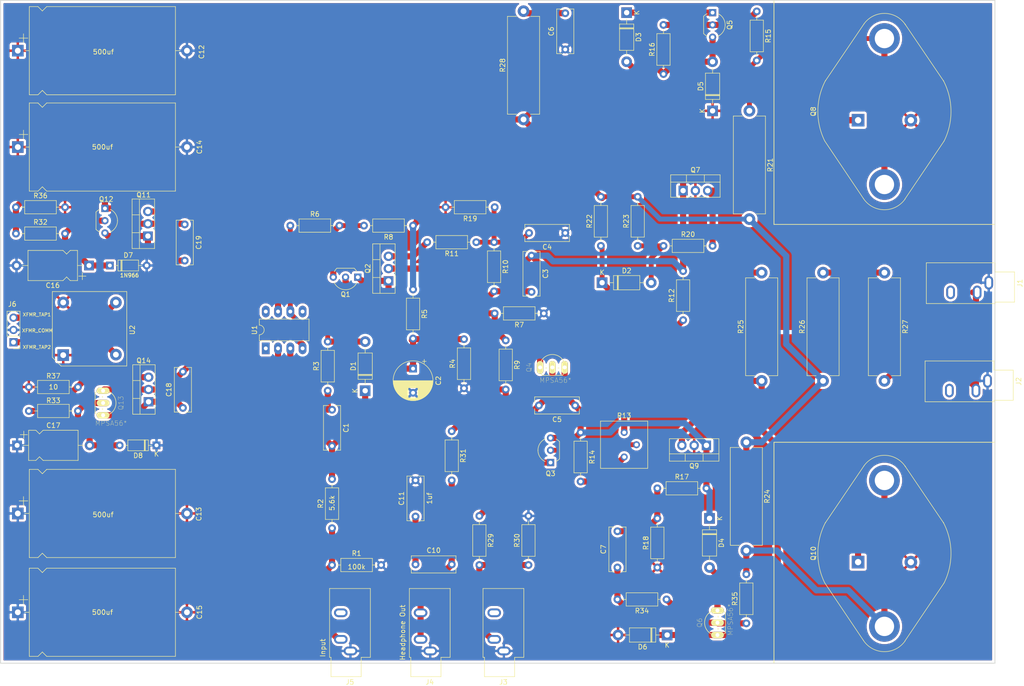
<source format=kicad_pcb>
(kicad_pcb (version 20171130) (host pcbnew "(5.1.2-1)-1")
  (layers (0 F.Cu signal) (31 B.Cu signal) (34 B.Paste user) (35 F.Paste user) (36 B.SilkS user) (37 F.SilkS user) (38 B.Mask user) (39 F.Mask user) (44 Edge.Cuts user))
  (net 0 "")
  (net 1 A)
  (net 2 "Net-(C7-Pad1)")
  (net 3 "Net-(C3-Pad2)")
  (net 4 "Net-(C3-Pad1)")
  (net 5 "Net-(C5-Pad2)")
  (net 6 "Net-(C5-Pad1)")
  (net 7 "Net-(Q5-Pad2)")
  (net 8 D)
  (net 9 "Net-(C1-Pad1)")
  (net 10 "Net-(C1-Pad2)")
  (net 11 "Net-(C2-Pad1)")
  (net 12 GND)
  (net 13 "Net-(C4-Pad2)")
  (net 14 "Net-(C6-Pad2)")
  (net 15 "Net-(C7-Pad2)")
  (net 16 "Net-(C10-Pad1)")
  (net 17 "Net-(C10-Pad2)")
  (net 18 "Net-(C16-Pad1)")
  (net 19 "Net-(C17-Pad2)")
  (net 20 "Net-(C18-Pad1)")
  (net 21 C)
  (net 22 "Net-(C19-Pad1)")
  (net 23 "Net-(D1-Pad2)")
  (net 24 "Net-(D2-Pad1)")
  (net 25 "Net-(D2-Pad2)")
  (net 26 "Net-(D4-Pad2)")
  (net 27 "Net-(Q1-Pad2)")
  (net 28 "Net-(Q1-Pad3)")
  (net 29 "Net-(Q2-Pad3)")
  (net 30 "Net-(Q6-PadB)")
  (net 31 "Net-(Q7-Pad3)")
  (net 32 "Net-(Q10-Pad1)")
  (net 33 "Net-(R29-Pad1)")
  (net 34 "Net-(R12-Pad1)")
  (net 35 "Net-(R13-Pad1)")
  (net 36 "Net-(Q8-Pad3)")
  (net 37 "Net-(Q10-Pad3)")
  (net 38 "Net-(R26-Pad2)")
  (net 39 "Net-(Q14-Pad3)")
  (net 40 "Net-(C19-Pad2)")
  (net 41 B)
  (net 42 "Net-(D3-Pad1)")
  (net 43 "Net-(Q3-Pad2)")
  (net 44 "Net-(J1-PadT)")
  (net 45 "Net-(J3-PadT)")
  (net 46 "Net-(J5-PadT)")
  (net 47 "Net-(J6-Pad3)")
  (net 48 "Net-(J6-Pad1)")
  (module Connector_PinHeader_2.54mm:PinHeader_1x03_P2.54mm_Vertical (layer F.Cu) (at 50.927 96.139 180)
    (fp_text reference J6 (at 0.254 7.874) (layer F.SilkS))
    (fp_text value Conn_01x03_Male)
    (pad 3 thru_hole oval (at 0 5.08 180) (size 1.7 1.7) (drill 1) (layers *.Cu *.Mask) (net 47 "Net-(J6-Pad3)"))
    (pad 2 thru_hole oval (at 0 2.54 180) (size 1.7 1.7) (drill 1) (layers *.Cu *.Mask) (net 12 GND))
    (pad 1 thru_hole rect (at 0 0 180) (size 1.7 1.7) (drill 1) (layers *.Cu *.Mask) (net 48 "Net-(J6-Pad1)"))
  )
  (module Capacitor_THT:CP_Radial_D8.0mm_P5.00mm (layer F.Cu) (at 133.604 101.6 270)
    (fp_text reference C2 (at 2.5 -5.25 90) (layer F.SilkS))
    (fp_text value 10uf)
    (pad 2 thru_hole circle (at 5 0 270) (size 1.6 1.6) (drill 0.8) (layers *.Cu *.Mask) (net 12 GND))
    (pad 1 thru_hole rect (at 0 0 270) (size 1.6 1.6) (drill 0.8) (layers *.Cu *.Mask) (net 11 "Net-(C2-Pad1)"))
  )
  (module Diode_THT:D_DO-35_SOD27_P7.62mm_Horizontal (layer F.Cu) (at 80.518 117.475 180)
    (fp_text reference D8 (at 3.81 -2.12) (layer F.SilkS))
    (fp_text value Zen)
    (fp_text user K (at 0 -1.8) (layer F.SilkS))
    (pad 2 thru_hole oval (at 7.62 0 180) (size 1.6 1.6) (drill 0.8) (layers *.Cu *.Mask) (net 19 "Net-(C17-Pad2)"))
    (pad 1 thru_hole rect (at 0 0 180) (size 1.6 1.6) (drill 0.8) (layers *.Cu *.Mask) (net 12 GND))
  )
  (module Diode_THT:D_DO-35_SOD27_P7.62mm_Horizontal (layer F.Cu) (at 70.866 80.264)
    (fp_text reference D7 (at 3.81 -2.12) (layer F.SilkS))
    (fp_text value Zen)
    (fp_text user 1N966 (at 4.064 2.032) (layer F.SilkS) (effects (font (size 0.8 0.8))))
    (pad 2 thru_hole oval (at 7.62 0) (size 1.6 1.6) (drill 0.8) (layers *.Cu *.Mask) (net 12 GND))
    (pad 1 thru_hole rect (at 0 0) (size 1.6 1.6) (drill 0.8) (layers *.Cu *.Mask) (net 18 "Net-(C16-Pad1)"))
  )
  (module Diode_THT:D_DO-41_SOD81_P10.16mm_Horizontal (layer F.Cu) (at 186.182 156.718 180)
    (fp_text reference D6 (at 5.08 -2.47) (layer F.SilkS))
    (fp_text value 1N4002)
    (fp_text user K (at 0 -2.1) (layer F.SilkS))
    (pad 2 thru_hole oval (at 10.16 0 180) (size 2.2 2.2) (drill 1.1) (layers *.Cu *.Mask) (net 8 D))
    (pad 1 thru_hole rect (at 0 0 180) (size 2.2 2.2) (drill 1.1) (layers *.Cu *.Mask) (net 2 "Net-(C7-Pad1)"))
  )
  (module Diode_THT:D_DO-41_SOD81_P10.16mm_Horizontal (layer F.Cu) (at 195.58 48.26 90)
    (fp_text reference D5 (at 5.08 -2.47 90) (layer F.SilkS))
    (fp_text value 1N4002)
    (fp_text user K (at 0 -2.1 90) (layer F.SilkS))
    (pad 2 thru_hole oval (at 10.16 0 90) (size 2.2 2.2) (drill 1.1) (layers *.Cu *.Mask) (net 2 "Net-(C7-Pad1)"))
    (pad 1 thru_hole rect (at 0 0 90) (size 2.2 2.2) (drill 1.1) (layers *.Cu *.Mask) (net 1 A))
  )
  (module Diode_THT:D_DO-41_SOD81_P10.16mm_Horizontal (layer F.Cu) (at 194.945 132.588 270)
    (fp_text reference D4 (at 5.08 -2.47 90) (layer F.SilkS))
    (fp_text value 1N4002)
    (fp_text user K (at 0 -2.1 90) (layer F.SilkS))
    (pad 2 thru_hole oval (at 10.16 0 270) (size 2.2 2.2) (drill 1.1) (layers *.Cu *.Mask) (net 26 "Net-(D4-Pad2)"))
    (pad 1 thru_hole rect (at 0 0 270) (size 2.2 2.2) (drill 1.1) (layers *.Cu *.Mask) (net 6 "Net-(C5-Pad1)"))
  )
  (module Potentiometer_THT:Potentiometer_Bourns_3386P_Vertical (layer F.Cu) (at 177.292 119.888)
    (fp_text reference R13 (at -0.015 -8.555) (layer F.SilkS))
    (fp_text value 1k)
    (pad 1 thru_hole circle (at 0 0) (size 1.44 1.44) (drill 0.8) (layers *.Cu *.Mask) (net 35 "Net-(R13-Pad1)"))
    (pad 2 thru_hole circle (at 2.54 -2.54) (size 1.44 1.44) (drill 0.8) (layers *.Cu *.Mask) (net 43 "Net-(Q3-Pad2)"))
    (pad 3 thru_hole circle (at 0 -5.08) (size 1.44 1.44) (drill 0.8) (layers *.Cu *.Mask) (net 34 "Net-(R12-Pad1)"))
  )
  (module Package_TO_SOT_THT:TO-92_Inline_Wide (layer F.Cu) (at 69.85 68.453 270)
    (fp_text reference Q12 (at -1.905 -0.254 180) (layer F.SilkS))
    (fp_text value MPSA06)
    (pad 1 thru_hole rect (at 0 0) (size 1.5 1.5) (drill 0.8) (layers *.Cu *.Mask) (net 22 "Net-(C19-Pad1)"))
    (pad 3 thru_hole circle (at 5.08 0) (size 1.5 1.5) (drill 0.8) (layers *.Cu *.Mask) (net 40 "Net-(C19-Pad2)"))
    (pad 2 thru_hole circle (at 2.54 0) (size 1.5 1.5) (drill 0.8) (layers *.Cu *.Mask) (net 18 "Net-(C16-Pad1)"))
  )
  (module Package_TO_SOT_THT:TO-92_Inline_Wide (layer F.Cu) (at 122.174 82.677 180)
    (fp_text reference Q1 (at 2.54 -3.56) (layer F.SilkS))
    (fp_text value MPSA06)
    (pad 1 thru_hole rect (at 0 0 270) (size 1.5 1.5) (drill 0.8) (layers *.Cu *.Mask) (net 3 "Net-(C3-Pad2)"))
    (pad 3 thru_hole circle (at 5.08 0 270) (size 1.5 1.5) (drill 0.8) (layers *.Cu *.Mask) (net 28 "Net-(Q1-Pad3)"))
    (pad 2 thru_hole circle (at 2.54 0 270) (size 1.5 1.5) (drill 0.8) (layers *.Cu *.Mask) (net 27 "Net-(Q1-Pad2)"))
  )
  (module Package_TO_SOT_THT:TO-92_Inline_Wide (layer F.Cu) (at 195.58 27.94 270)
    (fp_text reference Q5 (at 2.54 -3.56 90) (layer F.SilkS))
    (fp_text value MPSA06)
    (pad 1 thru_hole rect (at 0 0) (size 1.5 1.5) (drill 0.8) (layers *.Cu *.Mask) (net 42 "Net-(D3-Pad1)"))
    (pad 3 thru_hole circle (at 5.08 0) (size 1.5 1.5) (drill 0.8) (layers *.Cu *.Mask) (net 2 "Net-(C7-Pad1)"))
    (pad 2 thru_hole circle (at 2.54 0) (size 1.5 1.5) (drill 0.8) (layers *.Cu *.Mask) (net 7 "Net-(Q5-Pad2)"))
  )
  (module Package_TO_SOT_THT:TO-92_Inline_Wide (layer F.Cu) (at 162.052 121.031 90)
    (fp_text reference Q3 (at -2.286 0 180) (layer F.SilkS))
    (fp_text value MPSA06)
    (pad 1 thru_hole rect (at 0 0 180) (size 1.5 1.5) (drill 0.8) (layers *.Cu *.Mask) (net 5 "Net-(C5-Pad2)"))
    (pad 3 thru_hole circle (at 5.08 0 180) (size 1.5 1.5) (drill 0.8) (layers *.Cu *.Mask) (net 6 "Net-(C5-Pad1)"))
    (pad 2 thru_hole circle (at 2.54 0 180) (size 1.5 1.5) (drill 0.8) (layers *.Cu *.Mask) (net 43 "Net-(Q3-Pad2)"))
  )
  (module Package_TO_SOT_THT:TO-220-3_Vertical (layer F.Cu) (at 194.31 117.475 180)
    (fp_text reference Q9 (at 2.54 -4.27) (layer F.SilkS))
    (fp_text value MJE15031)
    (pad 3 thru_hole oval (at 5.08 0 180) (size 1.905 2) (drill 1.1) (layers *.Cu *.Mask) (net 32 "Net-(Q10-Pad1)"))
    (pad 2 thru_hole oval (at 2.54 0 180) (size 1.905 2) (drill 1.1) (layers *.Cu *.Mask) (net 8 D))
    (pad 1 thru_hole rect (at 0 0 180) (size 1.905 2) (drill 1.1) (layers *.Cu *.Mask) (net 6 "Net-(C5-Pad1)"))
  )
  (module Package_TO_SOT_THT:TO-220-3_Vertical (layer F.Cu) (at 189.484 64.77)
    (fp_text reference Q7 (at 2.54 -4.27) (layer F.SilkS))
    (fp_text value MJE15030)
    (pad 3 thru_hole oval (at 5.08 0) (size 1.905 2) (drill 1.1) (layers *.Cu *.Mask) (net 31 "Net-(Q7-Pad3)"))
    (pad 2 thru_hole oval (at 2.54 0) (size 1.905 2) (drill 1.1) (layers *.Cu *.Mask) (net 1 A))
    (pad 1 thru_hole rect (at 0 0) (size 1.905 2) (drill 1.1) (layers *.Cu *.Mask) (net 4 "Net-(C3-Pad1)"))
  )
  (module Package_TO_SOT_THT:TO-220-3_Vertical (layer F.Cu) (at 128.524 83.439 90)
    (fp_text reference Q2 (at 2.54 -4.27 90) (layer F.SilkS))
    (fp_text value MJE15031)
    (pad 3 thru_hole oval (at 5.08 0 90) (size 1.905 2) (drill 1.1) (layers *.Cu *.Mask) (net 29 "Net-(Q2-Pad3)"))
    (pad 2 thru_hole oval (at 2.54 0 90) (size 1.905 2) (drill 1.1) (layers *.Cu *.Mask) (net 4 "Net-(C3-Pad1)"))
    (pad 1 thru_hole rect (at 0 0 90) (size 1.905 2) (drill 1.1) (layers *.Cu *.Mask) (net 3 "Net-(C3-Pad2)"))
  )
  (module Resistor_THT:R_Axial_DIN0207_L6.3mm_D2.5mm_P10.16mm_Horizontal (layer F.Cu) (at 64.262 105.41 180)
    (fp_text reference R37 (at 5.08 2.286) (layer F.SilkS))
    (fp_text value 10 (at 5.08 0) (layer F.SilkS))
    (pad 2 thru_hole oval (at 10.16 0 180) (size 1.6 1.6) (drill 0.8) (layers *.Cu *.Mask) (net 8 D))
    (pad 1 thru_hole circle (at 0 0 180) (size 1.6 1.6) (drill 0.8) (layers *.Cu *.Mask) (net 39 "Net-(Q14-Pad3)"))
  )
  (module Resistor_THT:R_Axial_DIN0207_L6.3mm_D2.5mm_P10.16mm_Horizontal (layer F.Cu) (at 51.435 68.199)
    (fp_text reference R36 (at 5.08 -2.37) (layer F.SilkS))
    (fp_text value 10)
    (pad 2 thru_hole oval (at 10.16 0) (size 1.6 1.6) (drill 0.8) (layers *.Cu *.Mask) (net 1 A))
    (pad 1 thru_hole circle (at 0 0) (size 1.6 1.6) (drill 0.8) (layers *.Cu *.Mask) (net 22 "Net-(C19-Pad1)"))
  )
  (module Resistor_THT:R_Axial_DIN0207_L6.3mm_D2.5mm_P10.16mm_Horizontal (layer F.Cu) (at 202.565 154.305 90)
    (fp_text reference R35 (at 5.08 -2.37 90) (layer F.SilkS))
    (fp_text value 1K)
    (pad 2 thru_hole oval (at 10.16 0 90) (size 1.6 1.6) (drill 0.8) (layers *.Cu *.Mask) (net 37 "Net-(Q10-Pad3)"))
    (pad 1 thru_hole circle (at 0 0 90) (size 1.6 1.6) (drill 0.8) (layers *.Cu *.Mask) (net 30 "Net-(Q6-PadB)"))
  )
  (module Resistor_THT:R_Axial_DIN0207_L6.3mm_D2.5mm_P10.16mm_Horizontal (layer F.Cu) (at 186.055 149.352 180)
    (fp_text reference R34 (at 5.08 -2.37) (layer F.SilkS))
    (fp_text value 470)
    (pad 2 thru_hole oval (at 10.16 0 180) (size 1.6 1.6) (drill 0.8) (layers *.Cu *.Mask) (net 2 "Net-(C7-Pad1)"))
    (pad 1 thru_hole circle (at 0 0 180) (size 1.6 1.6) (drill 0.8) (layers *.Cu *.Mask) (net 30 "Net-(Q6-PadB)"))
  )
  (module Resistor_THT:R_Axial_DIN0207_L6.3mm_D2.5mm_P10.16mm_Horizontal (layer F.Cu) (at 64.262 110.363 180)
    (fp_text reference R33 (at 5.08 2.159) (layer F.SilkS))
    (fp_text value 56k)
    (pad 2 thru_hole oval (at 10.16 0 180) (size 1.6 1.6) (drill 0.8) (layers *.Cu *.Mask) (net 39 "Net-(Q14-Pad3)"))
    (pad 1 thru_hole circle (at 0 0 180) (size 1.6 1.6) (drill 0.8) (layers *.Cu *.Mask) (net 19 "Net-(C17-Pad2)"))
  )
  (module Resistor_THT:R_Axial_DIN0207_L6.3mm_D2.5mm_P10.16mm_Horizontal (layer F.Cu) (at 51.435 73.66)
    (fp_text reference R32 (at 5.08 -2.37) (layer F.SilkS))
    (fp_text value 56k)
    (pad 2 thru_hole oval (at 10.16 0) (size 1.6 1.6) (drill 0.8) (layers *.Cu *.Mask) (net 18 "Net-(C16-Pad1)"))
    (pad 1 thru_hole circle (at 0 0) (size 1.6 1.6) (drill 0.8) (layers *.Cu *.Mask) (net 22 "Net-(C19-Pad1)"))
  )
  (module Resistor_THT:R_Axial_DIN0207_L6.3mm_D2.5mm_P10.16mm_Horizontal (layer F.Cu) (at 157.48 142.24 90)
    (fp_text reference R30 (at 5.08 -2.37 90) (layer F.SilkS))
    (fp_text value 470)
    (pad 2 thru_hole oval (at 10.16 0 90) (size 1.6 1.6) (drill 0.8) (layers *.Cu *.Mask) (net 12 GND))
    (pad 1 thru_hole circle (at 0 0 90) (size 1.6 1.6) (drill 0.8) (layers *.Cu *.Mask) (net 45 "Net-(J3-PadT)"))
  )
  (module Resistor_THT:R_Axial_DIN0207_L6.3mm_D2.5mm_P10.16mm_Horizontal (layer F.Cu) (at 147.32 132.08 270)
    (fp_text reference R29 (at 5.08 -2.37 90) (layer F.SilkS))
    (fp_text value 12k)
    (pad 2 thru_hole oval (at 10.16 0 270) (size 1.6 1.6) (drill 0.8) (layers *.Cu *.Mask) (net 45 "Net-(J3-PadT)"))
    (pad 1 thru_hole circle (at 0 0 270) (size 1.6 1.6) (drill 0.8) (layers *.Cu *.Mask) (net 33 "Net-(R29-Pad1)"))
  )
  (module Resistor_THT:R_Axial_Power_L20.0mm_W6.4mm_P22.40mm (layer F.Cu) (at 205.74 104.14 90)
    (fp_text reference R25 (at 11.2 -4.32 90) (layer F.SilkS))
    (fp_text value 22)
    (pad 2 thru_hole oval (at 22.4 0 90) (size 2.4 2.4) (drill 1.2) (layers *.Cu *.Mask) (net 24 "Net-(D2-Pad1)"))
    (pad 1 thru_hole circle (at 0 0 90) (size 2.4 2.4) (drill 1.2) (layers *.Cu *.Mask) (net 32 "Net-(Q10-Pad1)"))
  )
  (module Capacitor_THT:CP_Axial_L10.0mm_D6.0mm_P15.00mm_Horizontal (layer F.Cu) (at 51.675 117.475)
    (fp_text reference C17 (at 7.5 -4.12) (layer F.SilkS))
    (fp_text value 10uf)
    (pad 2 thru_hole oval (at 15 0) (size 2 2) (drill 1) (layers *.Cu *.Mask) (net 19 "Net-(C17-Pad2)"))
    (pad 1 thru_hole rect (at 0 0) (size 2 2) (drill 1) (layers *.Cu *.Mask) (net 12 GND))
  )
  (module Capacitor_THT:CP_Axial_L10.0mm_D6.0mm_P15.00mm_Horizontal (layer F.Cu) (at 66.548 80.264 180)
    (fp_text reference C16 (at 7.5 -4.12) (layer F.SilkS))
    (fp_text value 10uf)
    (pad 2 thru_hole oval (at 15 0 180) (size 2 2) (drill 1) (layers *.Cu *.Mask) (net 12 GND))
    (pad 1 thru_hole rect (at 0 0 180) (size 2 2) (drill 1) (layers *.Cu *.Mask) (net 18 "Net-(C16-Pad1)"))
  )
  (module Resistor_THT:R_Axial_DIN0207_L6.3mm_D2.5mm_P10.16mm_Horizontal (layer F.Cu) (at 180.086 76.2 90)
    (fp_text reference R23 (at 5.08 -2.37 90) (layer F.SilkS))
    (fp_text value 470)
    (pad 2 thru_hole oval (at 10.16 0 90) (size 1.6 1.6) (drill 0.8) (layers *.Cu *.Mask) (net 2 "Net-(C7-Pad1)"))
    (pad 1 thru_hole circle (at 0 0 90) (size 1.6 1.6) (drill 0.8) (layers *.Cu *.Mask) (net 25 "Net-(D2-Pad2)"))
  )
  (module Resistor_THT:R_Axial_DIN0207_L6.3mm_D2.5mm_P10.16mm_Horizontal (layer F.Cu) (at 172.466 76.2 90)
    (fp_text reference R22 (at 5.08 -2.37 90) (layer F.SilkS))
    (fp_text value 470)
    (pad 2 thru_hole oval (at 10.16 0 90) (size 1.6 1.6) (drill 0.8) (layers *.Cu *.Mask) (net 2 "Net-(C7-Pad1)"))
    (pad 1 thru_hole circle (at 0 0 90) (size 1.6 1.6) (drill 0.8) (layers *.Cu *.Mask) (net 24 "Net-(D2-Pad1)"))
  )
  (module Resistor_THT:R_Axial_DIN0207_L6.3mm_D2.5mm_P10.16mm_Horizontal (layer F.Cu) (at 185.42 76.2)
    (fp_text reference R20 (at 5.08 -2.37) (layer F.SilkS))
    (fp_text value 22)
    (pad 2 thru_hole oval (at 10.16 0) (size 1.6 1.6) (drill 0.8) (layers *.Cu *.Mask) (net 31 "Net-(Q7-Pad3)"))
    (pad 1 thru_hole circle (at 0 0) (size 1.6 1.6) (drill 0.8) (layers *.Cu *.Mask) (net 25 "Net-(D2-Pad2)"))
  )
  (module Resistor_THT:R_Axial_DIN0207_L6.3mm_D2.5mm_P10.16mm_Horizontal (layer F.Cu) (at 150.495 68.199 180)
    (fp_text reference R19 (at 5.08 -2.37) (layer F.SilkS))
    (fp_text value 22)
    (pad 2 thru_hole oval (at 10.16 0 180) (size 1.6 1.6) (drill 0.8) (layers *.Cu *.Mask) (net 1 A))
    (pad 1 thru_hole circle (at 0 0 180) (size 1.6 1.6) (drill 0.8) (layers *.Cu *.Mask) (net 13 "Net-(C4-Pad2)"))
  )
  (module Resistor_THT:R_Axial_DIN0207_L6.3mm_D2.5mm_P10.16mm_Horizontal (layer F.Cu) (at 185.42 40.64 90)
    (fp_text reference R16 (at 5.08 -2.37 90) (layer F.SilkS))
    (fp_text value 470)
    (pad 2 thru_hole oval (at 10.16 0 90) (size 1.6 1.6) (drill 0.8) (layers *.Cu *.Mask) (net 7 "Net-(Q5-Pad2)"))
    (pad 1 thru_hole circle (at 0 0 90) (size 1.6 1.6) (drill 0.8) (layers *.Cu *.Mask) (net 2 "Net-(C7-Pad1)"))
  )
  (module Resistor_THT:R_Axial_DIN0207_L6.3mm_D2.5mm_P10.16mm_Horizontal (layer F.Cu) (at 204.724 27.686 270)
    (fp_text reference R15 (at 5.08 -2.37 90) (layer F.SilkS))
    (fp_text value 1k)
    (pad 2 thru_hole oval (at 10.16 0 270) (size 1.6 1.6) (drill 0.8) (layers *.Cu *.Mask) (net 36 "Net-(Q8-Pad3)"))
    (pad 1 thru_hole circle (at 0 0 270) (size 1.6 1.6) (drill 0.8) (layers *.Cu *.Mask) (net 7 "Net-(Q5-Pad2)"))
  )
  (module Resistor_THT:R_Axial_DIN0207_L6.3mm_D2.5mm_P10.16mm_Horizontal (layer F.Cu) (at 168.275 114.808 270)
    (fp_text reference R14 (at 5.08 -2.37 90) (layer F.SilkS))
    (fp_text value 1k)
    (pad 2 thru_hole oval (at 10.16 0 270) (size 1.6 1.6) (drill 0.8) (layers *.Cu *.Mask) (net 35 "Net-(R13-Pad1)"))
    (pad 1 thru_hole circle (at 0 0 270) (size 1.6 1.6) (drill 0.8) (layers *.Cu *.Mask) (net 6 "Net-(C5-Pad1)"))
  )
  (module Resistor_THT:R_Axial_DIN0207_L6.3mm_D2.5mm_P10.16mm_Horizontal (layer F.Cu) (at 189.484 91.567 90)
    (fp_text reference R12 (at 5.08 -2.37 90) (layer F.SilkS))
    (fp_text value 3.3k)
    (pad 2 thru_hole oval (at 10.16 0 90) (size 1.6 1.6) (drill 0.8) (layers *.Cu *.Mask) (net 4 "Net-(C3-Pad1)"))
    (pad 1 thru_hole circle (at 0 0 90) (size 1.6 1.6) (drill 0.8) (layers *.Cu *.Mask) (net 34 "Net-(R12-Pad1)"))
  )
  (module Resistor_THT:R_Axial_DIN0207_L6.3mm_D2.5mm_P10.16mm_Horizontal (layer F.Cu) (at 146.685 75.438 180)
    (fp_text reference R11 (at 5.08 -2.37) (layer F.SilkS))
    (fp_text value 100)
    (pad 2 thru_hole oval (at 10.16 0 180) (size 1.6 1.6) (drill 0.8) (layers *.Cu *.Mask) (net 29 "Net-(Q2-Pad3)"))
    (pad 1 thru_hole circle (at 0 0 180) (size 1.6 1.6) (drill 0.8) (layers *.Cu *.Mask) (net 13 "Net-(C4-Pad2)"))
  )
  (module Resistor_THT:R_Axial_DIN0207_L6.3mm_D2.5mm_P10.16mm_Horizontal (layer F.Cu) (at 150.368 75.438 270)
    (fp_text reference R10 (at 5.08 -2.37 90) (layer F.SilkS))
    (fp_text value 1k)
    (pad 2 thru_hole oval (at 10.16 0 270) (size 1.6 1.6) (drill 0.8) (layers *.Cu *.Mask) (net 3 "Net-(C3-Pad2)"))
    (pad 1 thru_hole circle (at 0 0 270) (size 1.6 1.6) (drill 0.8) (layers *.Cu *.Mask) (net 13 "Net-(C4-Pad2)"))
  )
  (module Resistor_THT:R_Axial_DIN0207_L6.3mm_D2.5mm_P10.16mm_Horizontal (layer F.Cu) (at 152.781 95.758 270)
    (fp_text reference R9 (at 5.08 -2.37 90) (layer F.SilkS))
    (fp_text value 4.99k)
    (pad 2 thru_hole oval (at 10.16 0 270) (size 1.6 1.6) (drill 0.8) (layers *.Cu *.Mask) (net 33 "Net-(R29-Pad1)"))
    (pad 1 thru_hole circle (at 0 0 270) (size 1.6 1.6) (drill 0.8) (layers *.Cu *.Mask) (net 27 "Net-(Q1-Pad2)"))
  )
  (module Resistor_THT:R_Axial_DIN0207_L6.3mm_D2.5mm_P10.16mm_Horizontal (layer F.Cu) (at 133.604 72.009 180)
    (fp_text reference R8 (at 5.08 -2.37) (layer F.SilkS))
    (fp_text value 3.74k)
    (pad 2 thru_hole oval (at 10.16 0 180) (size 1.6 1.6) (drill 0.8) (layers *.Cu *.Mask) (net 28 "Net-(Q1-Pad3)"))
    (pad 1 thru_hole circle (at 0 0 180) (size 1.6 1.6) (drill 0.8) (layers *.Cu *.Mask) (net 2 "Net-(C7-Pad1)"))
  )
  (module Resistor_THT:R_Axial_DIN0207_L6.3mm_D2.5mm_P10.16mm_Horizontal (layer F.Cu) (at 160.655 90.17 180)
    (fp_text reference R7 (at 5.08 -2.37) (layer F.SilkS))
    (fp_text value 4.75k)
    (pad 2 thru_hole oval (at 10.16 0 180) (size 1.6 1.6) (drill 0.8) (layers *.Cu *.Mask) (net 27 "Net-(Q1-Pad2)"))
    (pad 1 thru_hole circle (at 0 0 180) (size 1.6 1.6) (drill 0.8) (layers *.Cu *.Mask) (net 12 GND))
  )
  (module Resistor_THT:R_Axial_DIN0207_L6.3mm_D2.5mm_P10.16mm_Horizontal (layer F.Cu) (at 108.204 72.009)
    (fp_text reference R6 (at 5.08 -2.37) (layer F.SilkS))
    (fp_text value 3.74k)
    (pad 2 thru_hole oval (at 10.16 0) (size 1.6 1.6) (drill 0.8) (layers *.Cu *.Mask) (net 28 "Net-(Q1-Pad3)"))
    (pad 1 thru_hole circle (at 0 0) (size 1.6 1.6) (drill 0.8) (layers *.Cu *.Mask) (net 23 "Net-(D1-Pad2)"))
  )
  (module Resistor_THT:R_Axial_DIN0207_L6.3mm_D2.5mm_P10.16mm_Horizontal (layer F.Cu) (at 133.604 85.217 270)
    (fp_text reference R5 (at 5.08 -2.37 90) (layer F.SilkS))
    (fp_text value 56k)
    (pad 2 thru_hole oval (at 10.16 0 270) (size 1.6 1.6) (drill 0.8) (layers *.Cu *.Mask) (net 11 "Net-(C2-Pad1)"))
    (pad 1 thru_hole circle (at 0 0 270) (size 1.6 1.6) (drill 0.8) (layers *.Cu *.Mask) (net 2 "Net-(C7-Pad1)"))
  )
  (module Resistor_THT:R_Axial_DIN0207_L6.3mm_D2.5mm_P10.16mm_Horizontal (layer F.Cu) (at 144.145 105.664 90)
    (fp_text reference R4 (at 5.08 -2.37 90) (layer F.SilkS))
    (fp_text value 12k)
    (pad 2 thru_hole oval (at 10.16 0 90) (size 1.6 1.6) (drill 0.8) (layers *.Cu *.Mask) (net 11 "Net-(C2-Pad1)"))
    (pad 1 thru_hole circle (at 0 0 90) (size 1.6 1.6) (drill 0.8) (layers *.Cu *.Mask) (net 12 GND))
  )
  (module Resistor_THT:R_Axial_DIN0207_L6.3mm_D2.5mm_P10.16mm_Horizontal (layer F.Cu) (at 115.951 106.172 90)
    (fp_text reference R3 (at 5.08 -2.37 90) (layer F.SilkS))
    (fp_text value 100k)
    (pad 2 thru_hole oval (at 10.16 0 90) (size 1.6 1.6) (drill 0.8) (layers *.Cu *.Mask) (net 23 "Net-(D1-Pad2)"))
    (pad 1 thru_hole circle (at 0 0 90) (size 1.6 1.6) (drill 0.8) (layers *.Cu *.Mask) (net 9 "Net-(C1-Pad1)"))
  )
  (module Resistor_THT:R_Axial_DIN0207_L6.3mm_D2.5mm_P10.16mm_Horizontal (layer F.Cu) (at 116.84 134.62 90)
    (fp_text reference R2 (at 5.08 -2.37 90) (layer F.SilkS))
    (fp_text value 5.6k (at 5.207 0 90) (layer F.SilkS))
    (pad 2 thru_hole oval (at 10.16 0 90) (size 1.6 1.6) (drill 0.8) (layers *.Cu *.Mask) (net 10 "Net-(C1-Pad2)"))
    (pad 1 thru_hole circle (at 0 0 90) (size 1.6 1.6) (drill 0.8) (layers *.Cu *.Mask) (net 46 "Net-(J5-PadT)"))
  )
  (module Resistor_THT:R_Axial_DIN0207_L6.3mm_D2.5mm_P10.16mm_Horizontal (layer F.Cu) (at 127 142.24 180)
    (fp_text reference R1 (at 5.08 2.413) (layer F.SilkS))
    (fp_text value 100k (at 5.08 -0.381) (layer F.SilkS))
    (pad 2 thru_hole oval (at 10.16 0 180) (size 1.6 1.6) (drill 0.8) (layers *.Cu *.Mask) (net 46 "Net-(J5-PadT)"))
    (pad 1 thru_hole circle (at 0 0 180) (size 1.6 1.6) (drill 0.8) (layers *.Cu *.Mask) (net 12 GND))
  )
  (module Resistor_THT:R_Axial_Power_L20.0mm_W6.4mm_P22.40mm (layer F.Cu) (at 156.464 50.038 90)
    (fp_text reference R28 (at 11.2 -4.32 90) (layer F.SilkS))
    (fp_text value "5 5w")
    (pad 2 thru_hole oval (at 22.4 0 90) (size 2.4 2.4) (drill 1.2) (layers *.Cu *.Mask) (net 14 "Net-(C6-Pad2)"))
    (pad 1 thru_hole circle (at 0 0 90) (size 2.4 2.4) (drill 1.2) (layers *.Cu *.Mask) (net 2 "Net-(C7-Pad1)"))
  )
  (module Resistor_THT:R_Axial_Power_L20.0mm_W6.4mm_P22.40mm (layer F.Cu) (at 231.14 81.74 270)
    (fp_text reference R27 (at 11.2 -4.32 90) (layer F.SilkS))
    (fp_text value ".33 5W")
    (pad 2 thru_hole oval (at 22.4 0 270) (size 2.4 2.4) (drill 1.2) (layers *.Cu *.Mask) (net 44 "Net-(J1-PadT)"))
    (pad 1 thru_hole circle (at 0 0 270) (size 2.4 2.4) (drill 1.2) (layers *.Cu *.Mask) (net 38 "Net-(R26-Pad2)"))
  )
  (module Resistor_THT:R_Axial_Power_L20.0mm_W6.4mm_P22.40mm (layer F.Cu) (at 218.44 104.14 90)
    (fp_text reference R26 (at 11.2 -4.32 90) (layer F.SilkS))
    (fp_text value ".33 5W")
    (pad 2 thru_hole oval (at 22.4 0 90) (size 2.4 2.4) (drill 1.2) (layers *.Cu *.Mask) (net 38 "Net-(R26-Pad2)"))
    (pad 1 thru_hole circle (at 0 0 90) (size 2.4 2.4) (drill 1.2) (layers *.Cu *.Mask) (net 2 "Net-(C7-Pad1)"))
  )
  (module Resistor_THT:R_Axial_Power_L20.0mm_W6.4mm_P22.40mm (layer F.Cu) (at 202.565 116.84 270)
    (fp_text reference R24 (at 11.2 -4.32 90) (layer F.SilkS))
    (fp_text value ".33 5W")
    (pad 2 thru_hole oval (at 22.4 0 270) (size 2.4 2.4) (drill 1.2) (layers *.Cu *.Mask) (net 37 "Net-(Q10-Pad3)"))
    (pad 1 thru_hole circle (at 0 0 270) (size 2.4 2.4) (drill 1.2) (layers *.Cu *.Mask) (net 2 "Net-(C7-Pad1)"))
  )
  (module Resistor_THT:R_Axial_Power_L20.0mm_W6.4mm_P22.40mm (layer F.Cu) (at 203.2 48.26 270)
    (fp_text reference R21 (at 11.2 -4.32 90) (layer F.SilkS))
    (fp_text value ".33 5W")
    (pad 2 thru_hole oval (at 22.4 0 270) (size 2.4 2.4) (drill 1.2) (layers *.Cu *.Mask) (net 2 "Net-(C7-Pad1)"))
    (pad 1 thru_hole circle (at 0 0 270) (size 2.4 2.4) (drill 1.2) (layers *.Cu *.Mask) (net 36 "Net-(Q8-Pad3)"))
  )
  (module Resistor_THT:R_Axial_DIN0207_L6.3mm_D2.5mm_P10.16mm_Horizontal (layer F.Cu) (at 184.15 142.748 90)
    (fp_text reference R18 (at 5.08 -2.37 90) (layer F.SilkS))
    (fp_text value "2.7k 1W")
    (pad 2 thru_hole oval (at 10.16 0 90) (size 1.6 1.6) (drill 0.8) (layers *.Cu *.Mask) (net 15 "Net-(C7-Pad2)"))
    (pad 1 thru_hole circle (at 0 0 90) (size 1.6 1.6) (drill 0.8) (layers *.Cu *.Mask) (net 8 D))
  )
  (module Resistor_THT:R_Axial_DIN0207_L6.3mm_D2.5mm_P10.16mm_Horizontal (layer F.Cu) (at 184.15 126.365)
    (fp_text reference R17 (at 5.08 -2.37) (layer F.SilkS))
    (fp_text value "2.7k 1W")
    (pad 2 thru_hole oval (at 10.16 0) (size 1.6 1.6) (drill 0.8) (layers *.Cu *.Mask) (net 6 "Net-(C5-Pad1)"))
    (pad 1 thru_hole circle (at 0 0) (size 1.6 1.6) (drill 0.8) (layers *.Cu *.Mask) (net 15 "Net-(C7-Pad2)"))
  )
  (module Capacitor_THT:C_Rect_L9.0mm_W3.3mm_P7.50mm_MKT (layer F.Cu) (at 86.36 71.755 270)
    (fp_text reference C19 (at 3.75 -2.9 90) (layer F.SilkS))
    (fp_text value 500pF)
    (pad 2 thru_hole circle (at 7.5 0 270) (size 1.6 1.6) (drill 0.8) (layers *.Cu *.Mask) (net 40 "Net-(C19-Pad2)"))
    (pad 1 thru_hole circle (at 0 0 270) (size 1.6 1.6) (drill 0.8) (layers *.Cu *.Mask) (net 22 "Net-(C19-Pad1)"))
  )
  (module Capacitor_THT:C_Rect_L9.0mm_W3.3mm_P7.50mm_MKT (layer F.Cu) (at 85.979 109.728 90)
    (fp_text reference C18 (at 3.75 -2.9 90) (layer F.SilkS))
    (fp_text value 500pF)
    (pad 2 thru_hole circle (at 7.5 0 90) (size 1.6 1.6) (drill 0.8) (layers *.Cu *.Mask) (net 21 C))
    (pad 1 thru_hole circle (at 0 0 90) (size 1.6 1.6) (drill 0.8) (layers *.Cu *.Mask) (net 20 "Net-(C18-Pad1)"))
  )
  (module Capacitor_THT:CP_Axial_L30.0mm_D18.0mm_P35.00mm_Horizontal (layer F.Cu) (at 51.816 152.019)
    (fp_text reference C15 (at 37.592 0 90) (layer F.SilkS))
    (fp_text value 500uf (at 17.526 0) (layer F.SilkS))
    (pad 2 thru_hole oval (at 35 0) (size 2.4 2.4) (drill 1.2) (layers *.Cu *.Mask) (net 8 D))
    (pad 1 thru_hole rect (at 0 0) (size 2.4 2.4) (drill 1.2) (layers *.Cu *.Mask) (net 12 GND))
  )
  (module Capacitor_THT:CP_Axial_L30.0mm_D18.0mm_P35.00mm_Horizontal (layer F.Cu) (at 51.816 55.753)
    (fp_text reference C14 (at 37.592 0 90) (layer F.SilkS))
    (fp_text value 500uf (at 17.526 0) (layer F.SilkS))
    (pad 2 thru_hole oval (at 35 0) (size 2.4 2.4) (drill 1.2) (layers *.Cu *.Mask) (net 12 GND))
    (pad 1 thru_hole rect (at 0 0) (size 2.4 2.4) (drill 1.2) (layers *.Cu *.Mask) (net 1 A))
  )
  (module Capacitor_THT:CP_Axial_L30.0mm_D18.0mm_P35.00mm_Horizontal (layer F.Cu) (at 51.816 131.572)
    (fp_text reference C13 (at 37.465 0.127 90) (layer F.SilkS))
    (fp_text value 500uf (at 17.653 0.254) (layer F.SilkS))
    (pad 2 thru_hole oval (at 35 0) (size 2.4 2.4) (drill 1.2) (layers *.Cu *.Mask) (net 8 D))
    (pad 1 thru_hole rect (at 0 0) (size 2.4 2.4) (drill 1.2) (layers *.Cu *.Mask) (net 12 GND))
  )
  (module Capacitor_THT:CP_Axial_L30.0mm_D18.0mm_P35.00mm_Horizontal (layer F.Cu) (at 51.816 35.814)
    (fp_text reference C12 (at 38.031 0.254 90) (layer F.SilkS))
    (fp_text value 500uf (at 17.711 0.254) (layer F.SilkS))
    (pad 2 thru_hole oval (at 35 0) (size 2.4 2.4) (drill 1.2) (layers *.Cu *.Mask) (net 12 GND))
    (pad 1 thru_hole rect (at 0 0) (size 2.4 2.4) (drill 1.2) (layers *.Cu *.Mask) (net 1 A))
  )
  (module Capacitor_THT:C_Rect_L9.0mm_W3.3mm_P7.50mm_MKT (layer F.Cu) (at 134.112 132.207 90)
    (fp_text reference C11 (at 3.75 -2.9 90) (layer F.SilkS))
    (fp_text value 1uf (at 3.75 2.9 90) (layer F.SilkS))
    (pad 2 thru_hole circle (at 7.5 0 90) (size 1.6 1.6) (drill 0.8) (layers *.Cu *.Mask) (net 12 GND))
    (pad 1 thru_hole circle (at 0 0 90) (size 1.6 1.6) (drill 0.8) (layers *.Cu *.Mask) (net 16 "Net-(C10-Pad1)"))
  )
  (module Capacitor_THT:C_Rect_L9.0mm_W3.3mm_P7.50mm_MKT (layer F.Cu) (at 134.112 142.113)
    (fp_text reference C10 (at 3.75 -2.9) (layer F.SilkS))
    (fp_text value 1uf)
    (pad 2 thru_hole circle (at 7.5 0) (size 1.6 1.6) (drill 0.8) (layers *.Cu *.Mask) (net 17 "Net-(C10-Pad2)"))
    (pad 1 thru_hole circle (at 0 0) (size 1.6 1.6) (drill 0.8) (layers *.Cu *.Mask) (net 16 "Net-(C10-Pad1)"))
  )
  (module Capacitor_THT:C_Rect_L9.0mm_W3.3mm_P7.50mm_MKT (layer F.Cu) (at 175.895 142.748 90)
    (fp_text reference C7 (at 3.75 -2.9 90) (layer F.SilkS))
    (fp_text value 220uf)
    (pad 2 thru_hole circle (at 7.5 0 90) (size 1.6 1.6) (drill 0.8) (layers *.Cu *.Mask) (net 15 "Net-(C7-Pad2)"))
    (pad 1 thru_hole circle (at 0 0 90) (size 1.6 1.6) (drill 0.8) (layers *.Cu *.Mask) (net 2 "Net-(C7-Pad1)"))
  )
  (module Capacitor_THT:C_Rect_L9.0mm_W3.3mm_P7.50mm_MKT (layer F.Cu) (at 165.1 35.56 90)
    (fp_text reference C6 (at 3.75 -2.9 90) (layer F.SilkS))
    (fp_text value .1uf)
    (pad 2 thru_hole circle (at 7.5 0 90) (size 1.6 1.6) (drill 0.8) (layers *.Cu *.Mask) (net 14 "Net-(C6-Pad2)"))
    (pad 1 thru_hole circle (at 0 0 90) (size 1.6 1.6) (drill 0.8) (layers *.Cu *.Mask) (net 12 GND))
  )
  (module Capacitor_THT:C_Rect_L9.0mm_W3.3mm_P7.50mm_MKT (layer F.Cu) (at 167.139 109.22 180)
    (fp_text reference C5 (at 3.75 -2.9) (layer F.SilkS))
    (fp_text value .01uf)
    (pad 2 thru_hole circle (at 7.5 0 180) (size 1.6 1.6) (drill 0.8) (layers *.Cu *.Mask) (net 5 "Net-(C5-Pad2)"))
    (pad 1 thru_hole circle (at 0 0 180) (size 1.6 1.6) (drill 0.8) (layers *.Cu *.Mask) (net 6 "Net-(C5-Pad1)"))
  )
  (module Capacitor_THT:C_Rect_L9.0mm_W3.3mm_P7.50mm_MKT (layer F.Cu) (at 165.1 73.533 180)
    (fp_text reference C4 (at 3.75 -2.9) (layer F.SilkS))
    (fp_text value 500)
    (pad 2 thru_hole circle (at 7.5 0 180) (size 1.6 1.6) (drill 0.8) (layers *.Cu *.Mask) (net 13 "Net-(C4-Pad2)"))
    (pad 1 thru_hole circle (at 0 0 180) (size 1.6 1.6) (drill 0.8) (layers *.Cu *.Mask) (net 12 GND))
  )
  (module Capacitor_THT:C_Rect_L9.0mm_W3.3mm_P7.50mm_MKT (layer F.Cu) (at 158.115 78.225 270)
    (fp_text reference C3 (at 3.75 -2.9 90) (layer F.SilkS))
    (fp_text value 100pF)
    (pad 2 thru_hole circle (at 7.5 0 270) (size 1.6 1.6) (drill 0.8) (layers *.Cu *.Mask) (net 3 "Net-(C3-Pad2)"))
    (pad 1 thru_hole circle (at 0 0 270) (size 1.6 1.6) (drill 0.8) (layers *.Cu *.Mask) (net 4 "Net-(C3-Pad1)"))
  )
  (module Capacitor_THT:C_Rect_L9.0mm_W3.3mm_P7.50mm_MKT (layer F.Cu) (at 116.84 110.109 270)
    (fp_text reference C1 (at 3.75 -2.9 90) (layer F.SilkS))
    (fp_text value .1uf)
    (pad 2 thru_hole circle (at 7.5 0 270) (size 1.6 1.6) (drill 0.8) (layers *.Cu *.Mask) (net 10 "Net-(C1-Pad2)"))
    (pad 1 thru_hole circle (at 0 0 270) (size 1.6 1.6) (drill 0.8) (layers *.Cu *.Mask) (net 9 "Net-(C1-Pad1)"))
  )
  (module Resistor_THT:R_Axial_DIN0207_L6.3mm_D2.5mm_P10.16mm_Horizontal (layer F.Cu) (at 141.605 114.554 270)
    (fp_text reference R31 (at 5.08 -2.37 90) (layer F.SilkS))
    (fp_text value "2.7k 1W")
    (pad 2 thru_hole oval (at 10.16 0 270) (size 1.6 1.6) (drill 0.8) (layers *.Cu *.Mask) (net 17 "Net-(C10-Pad2)"))
    (pad 1 thru_hole circle (at 0 0 270) (size 1.6 1.6) (drill 0.8) (layers *.Cu *.Mask) (net 33 "Net-(R29-Pad1)"))
  )
  (module Connector_Audio:Jack_3.5mm_CUI_SJ1-3533NG_Horizontal (layer F.Cu) (at 120.65 160.02 180)
    (fp_text reference J5 (at 0.1 -6.45) (layer F.SilkS))
    (fp_text value IN)
    (fp_text user Input (at 5.715 0.635 270) (layer F.SilkS))
    (pad R thru_hole oval (at 2 7.9 180) (size 2.8 1.8) (drill oval 2 1) (layers *.Cu *.Mask))
    (pad T thru_hole oval (at 2 2.4 180) (size 2.8 1.8) (drill oval 2 1) (layers *.Cu *.Mask) (net 46 "Net-(J5-PadT)"))
    (pad S thru_hole oval (at 0 0 180) (size 2.8 1.8) (drill oval 2 1) (layers *.Cu *.Mask) (net 12 GND))
  )
  (module Connector_Audio:Jack_3.5mm_CUI_SJ1-3533NG_Horizontal (layer F.Cu) (at 152.4 160.02 180)
    (fp_text reference J3 (at 0.1 -6.45) (layer F.SilkS))
    (fp_text value "Direct Out")
    (pad R thru_hole oval (at 2 7.9 180) (size 2.8 1.8) (drill oval 2 1) (layers *.Cu *.Mask))
    (pad T thru_hole oval (at 2 2.4 180) (size 2.8 1.8) (drill oval 2 1) (layers *.Cu *.Mask) (net 45 "Net-(J3-PadT)"))
    (pad S thru_hole oval (at 0 0 180) (size 2.8 1.8) (drill oval 2 1) (layers *.Cu *.Mask) (net 12 GND))
  )
  (module Connector_Audio:Jack_3.5mm_CUI_SJ1-3533NG_Horizontal (layer F.Cu) (at 252.476 104.14 270)
    (fp_text reference J2 (at 0.1 -6.45 90) (layer F.SilkS))
    (fp_text value SPEAKER)
    (pad R thru_hole oval (at 2 7.9 270) (size 2.8 1.8) (drill oval 2 1) (layers *.Cu *.Mask))
    (pad T thru_hole oval (at 2 2.4 270) (size 2.8 1.8) (drill oval 2 1) (layers *.Cu *.Mask) (net 44 "Net-(J1-PadT)"))
    (pad S thru_hole oval (at 0 0 270) (size 2.8 1.8) (drill oval 2 1) (layers *.Cu *.Mask) (net 12 GND))
  )
  (module Connector_Audio:Jack_3.5mm_CUI_SJ1-3533NG_Horizontal (layer F.Cu) (at 252.73 83.82 270)
    (fp_text reference J1 (at 0.1 -6.45 90) (layer F.SilkS))
    (fp_text value SPEAKER)
    (pad R thru_hole oval (at 2 7.9 270) (size 2.8 1.8) (drill oval 2 1) (layers *.Cu *.Mask))
    (pad T thru_hole oval (at 2 2.4 270) (size 2.8 1.8) (drill oval 2 1) (layers *.Cu *.Mask) (net 44 "Net-(J1-PadT)"))
    (pad S thru_hole oval (at 0 0 270) (size 2.8 1.8) (drill oval 2 1) (layers *.Cu *.Mask) (net 12 GND))
  )
  (module Connector_Audio:Jack_3.5mm_CUI_SJ1-3533NG_Horizontal (layer F.Cu) (at 137.16 160.02 180)
    (fp_text reference J4 (at 0.1 -6.45) (layer F.SilkS))
    (fp_text value AudioJack3)
    (fp_text user "Headphone Out" (at 5.715 3.81 270) (layer F.SilkS))
    (pad R thru_hole oval (at 2 7.9 180) (size 2.8 1.8) (drill oval 2 1) (layers *.Cu *.Mask) (net 17 "Net-(C10-Pad2)"))
    (pad T thru_hole oval (at 2 2.4 180) (size 2.8 1.8) (drill oval 2 1) (layers *.Cu *.Mask) (net 17 "Net-(C10-Pad2)"))
    (pad S thru_hole oval (at 0 0 180) (size 2.8 1.8) (drill oval 2 1) (layers *.Cu *.Mask) (net 12 GND))
  )
  (module Diode_THT:Diode_Bridge_15.1x15.1x6.3mm_P10.9mm (layer F.Cu) (at 61.214 98.806 90)
    (fp_text reference U2 (at 5.2 14.3 270) (layer F.SilkS))
    (fp_text value Bridge)
    (pad 2 thru_hole circle (at 0.1 10.9 270) (size 2.4 2.4) (drill 1.2) (layers *.Cu *.Mask) (net 48 "Net-(J6-Pad1)"))
    (pad 1 thru_hole rect (at 0 0 270) (size 2.4 2.4) (drill 1.2) (layers *.Cu *.Mask) (net 8 D))
    (pad 4 thru_hole circle (at 10.9 0 270) (size 2.4 2.4) (drill 1.2) (layers *.Cu *.Mask) (net 1 A))
    (pad 3 thru_hole circle (at 10.9 10.9 270) (size 2.4 2.4) (drill 1.2) (layers *.Cu *.Mask) (net 47 "Net-(J6-Pad3)"))
  )
  (module Diode_THT:D_DO-41_SOD81_P10.16mm_Horizontal (layer F.Cu) (at 177.8 27.94 270)
    (fp_text reference D3 (at 5.08 -2.47 90) (layer F.SilkS))
    (fp_text value 1N4002)
    (fp_text user K (at 0 -2.1 90) (layer F.SilkS))
    (pad 2 thru_hole oval (at 10.16 0 270) (size 2.2 2.2) (drill 1.1) (layers *.Cu *.Mask) (net 4 "Net-(C3-Pad1)"))
    (pad 1 thru_hole rect (at 0 0 270) (size 2.2 2.2) (drill 1.1) (layers *.Cu *.Mask) (net 42 "Net-(D3-Pad1)"))
  )
  (module Diode_THT:D_DO-41_SOD81_P10.16mm_Horizontal (layer F.Cu) (at 172.72 83.82)
    (fp_text reference D2 (at 5.08 -2.47) (layer F.SilkS))
    (fp_text value 1N4002)
    (fp_text user K (at 0 -2.1) (layer F.SilkS))
    (pad 2 thru_hole oval (at 10.16 0) (size 2.2 2.2) (drill 1.1) (layers *.Cu *.Mask) (net 25 "Net-(D2-Pad2)"))
    (pad 1 thru_hole rect (at 0 0) (size 2.2 2.2) (drill 1.1) (layers *.Cu *.Mask) (net 24 "Net-(D2-Pad1)"))
  )
  (module Diode_THT:D_DO-41_SOD81_P10.16mm_Horizontal (layer F.Cu) (at 123.698 106.172 90)
    (fp_text reference D1 (at 5.08 -2.47 90) (layer F.SilkS))
    (fp_text value 1N4002)
    (fp_text user K (at 0 -2.1 90) (layer F.SilkS))
    (pad 2 thru_hole oval (at 10.16 0 90) (size 2.2 2.2) (drill 1.1) (layers *.Cu *.Mask) (net 23 "Net-(D1-Pad2)"))
    (pad 1 thru_hole rect (at 0 0 90) (size 2.2 2.2) (drill 1.1) (layers *.Cu *.Mask) (net 10 "Net-(C1-Pad2)"))
  )
  (module Package_TO_SOT_THT:TO-3 (layer F.Cu) (at 225.69 141.64 90)
    (fp_text reference Q10 (at 1.8 -9.25 90) (layer F.SilkS))
    (fp_text value MJ-15002)
    (pad 3 thru_hole circle (at 16.9 5.45 90) (size 6.35 6.35) (drill 4) (layers *.Cu *.Mask) (net 37 "Net-(Q10-Pad3)"))
    (pad 3 thru_hole circle (at -13.3 5.45 90) (size 6.35 6.35) (drill 4) (layers *.Cu *.Mask) (net 37 "Net-(Q10-Pad3)"))
    (pad 2 thru_hole circle (at 0 10.92 90) (size 2.6 2.6) (drill 1.3) (layers *.Cu *.Mask) (net 8 D))
    (pad 1 thru_hole rect (at 0 0 90) (size 2.6 2.6) (drill 1.3) (layers *.Cu *.Mask) (net 32 "Net-(Q10-Pad1)"))
  )
  (module Package_TO_SOT_THT:TO-3 (layer F.Cu) (at 225.69 50.2 90)
    (fp_text reference Q8 (at 1.8 -9.25 90) (layer F.SilkS))
    (fp_text value MJ-15001)
    (pad 3 thru_hole circle (at 16.9 5.45 90) (size 6.35 6.35) (drill 4) (layers *.Cu *.Mask) (net 36 "Net-(Q8-Pad3)"))
    (pad 3 thru_hole circle (at -13.3 5.45 90) (size 6.35 6.35) (drill 4) (layers *.Cu *.Mask) (net 36 "Net-(Q8-Pad3)"))
    (pad 2 thru_hole circle (at 0 10.92 90) (size 2.6 2.6) (drill 1.3) (layers *.Cu *.Mask) (net 1 A))
    (pad 1 thru_hole rect (at 0 0 90) (size 2.6 2.6) (drill 1.3) (layers *.Cu *.Mask) (net 31 "Net-(Q7-Pad3)"))
  )
  (module Package_TO_SOT_THT:TO-220-3_Vertical (layer F.Cu) (at 78.867 108.458 90)
    (fp_text reference Q14 (at 8.509 -1.016 180) (layer F.SilkS))
    (fp_text value TIP31)
    (pad 3 thru_hole oval (at 5.08 0 90) (size 1.905 2) (drill 1.1) (layers *.Cu *.Mask) (net 39 "Net-(Q14-Pad3)"))
    (pad 2 thru_hole oval (at 2.54 0 90) (size 1.905 2) (drill 1.1) (layers *.Cu *.Mask) (net 21 C))
    (pad 1 thru_hole rect (at 0 0 90) (size 1.905 2) (drill 1.1) (layers *.Cu *.Mask) (net 20 "Net-(C18-Pad1)"))
  )
  (module Package_TO_SOT_THT:TO-220-3_Vertical (layer F.Cu) (at 78.74 74.168 90)
    (fp_text reference Q11 (at 8.509 -0.889) (layer F.SilkS))
    (fp_text value TIP31)
    (pad 3 thru_hole oval (at 5.08 0 90) (size 1.905 2) (drill 1.1) (layers *.Cu *.Mask) (net 41 B))
    (pad 2 thru_hole oval (at 2.54 0 90) (size 1.905 2) (drill 1.1) (layers *.Cu *.Mask) (net 22 "Net-(C19-Pad1)"))
    (pad 1 thru_hole rect (at 0 0 90) (size 1.905 2) (drill 1.1) (layers *.Cu *.Mask) (net 40 "Net-(C19-Pad2)"))
  )
  (module Package_DIP:DIP-8_W7.62mm_LongPads (layer F.Cu) (at 103.124 97.409 90)
    (fp_text reference U1 (at 3.81 -2.33 90) (layer F.SilkS))
    (fp_text value LF351N)
    (pad 8 thru_hole oval (at 7.62 0 90) (size 2.4 1.6) (drill 0.8) (layers *.Cu *.Mask))
    (pad 4 thru_hole oval (at 0 7.62 90) (size 2.4 1.6) (drill 0.8) (layers *.Cu *.Mask) (net 21 C))
    (pad 7 thru_hole oval (at 7.62 2.54 90) (size 2.4 1.6) (drill 0.8) (layers *.Cu *.Mask) (net 41 B))
    (pad 3 thru_hole oval (at 0 5.08 90) (size 2.4 1.6) (drill 0.8) (layers *.Cu *.Mask) (net 11 "Net-(C2-Pad1)"))
    (pad 6 thru_hole oval (at 7.62 5.08 90) (size 2.4 1.6) (drill 0.8) (layers *.Cu *.Mask) (net 23 "Net-(D1-Pad2)"))
    (pad 2 thru_hole oval (at 0 2.54 90) (size 2.4 1.6) (drill 0.8) (layers *.Cu *.Mask) (net 10 "Net-(C1-Pad2)"))
    (pad 5 thru_hole oval (at 7.62 7.62 90) (size 2.4 1.6) (drill 0.8) (layers *.Cu *.Mask))
    (pad 1 thru_hole rect (at 0 0 90) (size 2.4 1.6) (drill 0.8) (layers *.Cu *.Mask))
  )
  (module MPSA56_:TO92-CBE (layer F.Cu) (at 69.469 108.712 270)
    (fp_text reference Q13 (at 0 -3.68575 90) (layer F.SilkS) (effects (font (size 1.00075 1.00075) (thickness 0.05))))
    (fp_text value MPSA56* (at 4.191 -1.651 180) (layer F.SilkS) (effects (font (size 1.00025 1.00025) (thickness 0.05))))
    (pad B thru_hole oval (at 0 0) (size 2.6416 1.3208) (drill 0.8128) (layers *.Cu *.Mask F.SilkS) (net 19 "Net-(C17-Pad2)"))
    (pad E thru_hole oval (at -2.54 0) (size 2.6416 1.3208) (drill 0.8128) (layers *.Cu *.Mask F.SilkS) (net 21 C))
    (pad C thru_hole oval (at 2.54 0) (size 2.6416 1.3208) (drill 0.8128) (layers *.Cu *.Mask F.SilkS) (net 20 "Net-(C18-Pad1)"))
  )
  (module MPSA56_:TO92-CBE (layer F.Cu) (at 196.596 154.178 90)
    (fp_text reference Q6 (at 0 -3.68575 90) (layer F.SilkS) (effects (font (size 1.00075 1.00075) (thickness 0.05))))
    (fp_text value MPSA56* (at 0.63516 2.66767 90) (layer F.SilkS) (effects (font (size 1.00025 1.00025) (thickness 0.05))))
    (pad B thru_hole oval (at 0 0 180) (size 2.6416 1.3208) (drill 0.8128) (layers *.Cu *.Mask F.SilkS) (net 30 "Net-(Q6-PadB)"))
    (pad E thru_hole oval (at -2.54 0 180) (size 2.6416 1.3208) (drill 0.8128) (layers *.Cu *.Mask F.SilkS) (net 2 "Net-(C7-Pad1)"))
    (pad C thru_hole oval (at 2.54 0 180) (size 2.6416 1.3208) (drill 0.8128) (layers *.Cu *.Mask F.SilkS) (net 26 "Net-(D4-Pad2)"))
  )
  (module MPSA56_:TO92-CBE (layer F.Cu) (at 162.433 101.346)
    (fp_text reference Q4 (at -4.826 0 -90) (layer F.SilkS) (effects (font (size 1.00075 1.00075) (thickness 0.05))))
    (fp_text value MPSA56* (at 0.63516 2.66767) (layer F.SilkS) (effects (font (size 1.00025 1.00025) (thickness 0.05))))
    (pad B thru_hole oval (at 0 0 90) (size 2.6416 1.3208) (drill 0.8128) (layers *.Cu *.Mask F.SilkS) (net 5 "Net-(C5-Pad2)"))
    (pad E thru_hole oval (at -2.54 0 90) (size 2.6416 1.3208) (drill 0.8128) (layers *.Cu *.Mask F.SilkS) (net 4 "Net-(C3-Pad1)"))
    (pad C thru_hole oval (at 2.54 0 90) (size 2.6416 1.3208) (drill 0.8128) (layers *.Cu *.Mask F.SilkS) (net 6 "Net-(C5-Pad1)"))
  )
  (gr_text XFMR_TAP1 (at 55.753 90.424) (layer F.SilkS) (effects (font (size 0.7 0.7) (thickness 0.125))))
  (gr_text XFMR_TAP2 (at 55.753 97.155) (layer F.SilkS) (effects (font (size 0.7 0.7) (thickness 0.125))))
  (gr_text "XFMR_COMM\n" (at 55.88 93.726) (layer F.SilkS) (effects (font (size 0.7 0.7) (thickness 0.125))))
  (gr_line (start 208.28 116.84) (end 208.28 162.56) (layer F.SilkS) (width 0.15))
  (gr_line (start 254 116.84) (end 208.28 116.84) (layer F.SilkS) (width 0.15))
  (gr_line (start 208.28 71.755) (end 208.28 25.4) (layer F.SilkS) (width 0.15))
  (gr_line (start 254 71.755) (end 208.28 71.755) (layer F.SilkS) (width 0.15))
  (gr_line (start 48.26 162.56) (end 48.26 25.4) (layer Edge.Cuts) (width 0.15))
  (gr_line (start 254 162.56) (end 48.26 162.56) (layer Edge.Cuts) (width 0.15))
  (gr_line (start 254 25.4) (end 254 162.56) (layer Edge.Cuts) (width 0.15))
  (gr_line (start 48.26 25.4) (end 254 25.4) (layer Edge.Cuts) (width 0.15))
  (segment (start 133.604 85.217) (end 133.604 72.009) (width 1.27) (layer B.Cu) (net 2))
  (segment (start 205.74 116.84) (end 218.44 104.14) (width 1.27) (layer B.Cu) (net 2))
  (segment (start 202.565 116.84) (end 205.74 116.84) (width 1.27) (layer B.Cu) (net 2))
  (segment (start 187.96 38.1) (end 185.42 40.64) (width 1.27) (layer F.Cu) (net 2))
  (segment (start 195.58 38.1) (end 187.96 38.1) (width 1.27) (layer F.Cu) (net 2))
  (segment (start 195.58 38.1) (end 195.58 33.02) (width 1.27) (layer F.Cu) (net 2))
  (segment (start 156.464 50.038) (end 159.877001 46.624999) (width 1.27) (layer F.Cu) (net 2))
  (segment (start 170.942 35.56) (end 159.877001 46.624999) (width 1.27) (layer F.Cu) (net 2))
  (segment (start 180.34 35.56) (end 170.942 35.56) (width 1.27) (layer F.Cu) (net 2))
  (segment (start 185.42 40.64) (end 180.34 35.56) (width 1.27) (layer F.Cu) (net 2))
  (segment (start 172.72 66.294) (end 156.464 50.038) (width 1.27) (layer F.Cu) (net 2))
  (segment (start 210.82 96.52) (end 218.44 104.14) (width 1.27) (layer B.Cu) (net 2))
  (segment (start 210.82 78.28) (end 210.82 96.52) (width 1.27) (layer B.Cu) (net 2))
  (segment (start 203.2 70.66) (end 210.82 78.28) (width 1.27) (layer B.Cu) (net 2))
  (segment (start 134.403999 71.209001) (end 134.403999 69.177001) (width 1.27) (layer F.Cu) (net 2))
  (segment (start 133.604 72.009) (end 134.403999 71.209001) (width 1.27) (layer F.Cu) (net 2))
  (segment (start 153.543 50.038) (end 156.464 50.038) (width 1.27) (layer F.Cu) (net 2))
  (segment (start 134.403999 69.177001) (end 153.543 50.038) (width 1.27) (layer F.Cu) (net 2))
  (segment (start 196.596 156.718) (end 186.182 156.718) (width 1.27) (layer F.Cu) (net 2))
  (segment (start 183.261 156.718) (end 175.895 149.352) (width 1.27) (layer F.Cu) (net 2))
  (segment (start 186.182 156.718) (end 183.261 156.718) (width 1.27) (layer F.Cu) (net 2))
  (segment (start 175.895 149.352) (end 175.895 142.748) (width 1.27) (layer F.Cu) (net 2))
  (segment (start 209.072001 132.872001) (end 202.565 126.365) (width 1.27) (layer F.Cu) (net 2))
  (segment (start 209.072001 152.877999) (end 209.072001 132.872001) (width 1.27) (layer F.Cu) (net 2))
  (segment (start 205.201999 156.748001) (end 209.072001 152.877999) (width 1.27) (layer F.Cu) (net 2))
  (segment (start 199.216801 156.748001) (end 205.201999 156.748001) (width 1.27) (layer F.Cu) (net 2))
  (segment (start 199.1868 156.718) (end 199.216801 156.748001) (width 1.27) (layer F.Cu) (net 2))
  (segment (start 202.565 126.365) (end 202.565 116.84) (width 1.27) (layer F.Cu) (net 2))
  (segment (start 196.596 156.718) (end 199.1868 156.718) (width 1.27) (layer F.Cu) (net 2))
  (segment (start 172.466 66.04) (end 180.086 66.04) (width 1.016) (layer F.Cu) (net 2))
  (segment (start 184.706 70.66) (end 203.2 70.66) (width 1.016) (layer B.Cu) (net 2))
  (segment (start 180.086 66.04) (end 184.706 70.66) (width 1.016) (layer B.Cu) (net 2))
  (segment (start 157.988 85.598) (end 158.115 85.725) (width 1.27) (layer F.Cu) (net 3))
  (segment (start 150.368 85.598) (end 157.988 85.598) (width 1.27) (layer F.Cu) (net 3))
  (segment (start 128.524 85.6615) (end 130.4925 87.63) (width 1.27) (layer F.Cu) (net 3))
  (segment (start 128.524 83.439) (end 128.524 85.6615) (width 1.27) (layer F.Cu) (net 3))
  (segment (start 148.336 87.63) (end 150.368 85.598) (width 1.27) (layer F.Cu) (net 3))
  (segment (start 130.4925 87.63) (end 148.336 87.63) (width 1.27) (layer F.Cu) (net 3))
  (segment (start 122.936 83.439) (end 122.174 82.677) (width 1.27) (layer F.Cu) (net 3))
  (segment (start 128.524 83.439) (end 122.936 83.439) (width 1.27) (layer F.Cu) (net 3))
  (segment (start 189.484 64.77) (end 189.484 64.8175) (width 1.27) (layer F.Cu) (net 4))
  (segment (start 182.759802 43.059802) (end 177.8 38.1) (width 1.27) (layer F.Cu) (net 4))
  (segment (start 182.759802 43.18) (end 182.759802 43.059802) (width 1.27) (layer F.Cu) (net 4))
  (segment (start 189.484 49.904198) (end 182.759802 43.18) (width 1.27) (layer F.Cu) (net 4))
  (segment (start 189.484 64.77) (end 189.484 49.904198) (width 1.27) (layer F.Cu) (net 4))
  (segment (start 137.675 80.638) (end 137.414 80.899) (width 1.016) (layer F.Cu) (net 4))
  (segment (start 137.414 80.899) (end 137.922 80.899) (width 1.27) (layer F.Cu) (net 4))
  (segment (start 128.524 80.899) (end 137.414 80.899) (width 1.27) (layer F.Cu) (net 4))
  (segment (start 189.484 81.407) (end 189.484 64.77) (width 1.27) (layer F.Cu) (net 4))
  (segment (start 155.448 80.645) (end 147.715 80.645) (width 1.016) (layer F.Cu) (net 4))
  (segment (start 147.708 80.638) (end 137.675 80.638) (width 1.016) (layer F.Cu) (net 4))
  (segment (start 147.715 80.645) (end 147.708 80.638) (width 1.016) (layer F.Cu) (net 4))
  (segment (start 150.241 80.638) (end 147.708 80.638) (width 1.016) (layer F.Cu) (net 4))
  (segment (start 155.441 80.899) (end 158.115 78.225) (width 1.27) (layer F.Cu) (net 4))
  (segment (start 128.524 80.899) (end 155.441 80.899) (width 1.27) (layer F.Cu) (net 4))
  (segment (start 158.115 78.225) (end 161.41 78.225) (width 1.27) (layer B.Cu) (net 4))
  (segment (start 161.41 78.225) (end 162.56 79.375) (width 1.27) (layer B.Cu) (net 4))
  (segment (start 187.452 79.375) (end 189.484 81.407) (width 1.27) (layer B.Cu) (net 4))
  (segment (start 162.56 79.375) (end 187.452 79.375) (width 1.27) (layer B.Cu) (net 4))
  (segment (start 159.893 98.7552) (end 164.465 94.1832) (width 1.27) (layer F.Cu) (net 4))
  (segment (start 159.893 101.346) (end 159.893 98.7552) (width 1.27) (layer F.Cu) (net 4))
  (segment (start 164.465 84.575) (end 158.115 78.225) (width 1.27) (layer F.Cu) (net 4))
  (segment (start 164.465 94.1832) (end 164.465 84.575) (width 1.27) (layer F.Cu) (net 4))
  (segment (start 160.032 121.031) (end 162.052 121.031) (width 1.27) (layer F.Cu) (net 5))
  (segment (start 158.839001 110.019999) (end 158.839001 119.838001) (width 1.27) (layer F.Cu) (net 5))
  (segment (start 158.839001 119.838001) (end 160.032 121.031) (width 1.27) (layer F.Cu) (net 5))
  (segment (start 159.639 109.22) (end 158.839001 110.019999) (width 1.27) (layer F.Cu) (net 5))
  (segment (start 162.433 106.426) (end 159.639 109.22) (width 1.27) (layer F.Cu) (net 5))
  (segment (start 162.433 101.346) (end 162.433 106.426) (width 1.27) (layer F.Cu) (net 5))
  (segment (start 167.132 115.951) (end 168.275 114.808) (width 1.27) (layer F.Cu) (net 6))
  (segment (start 162.052 115.951) (end 167.132 115.951) (width 1.27) (layer F.Cu) (net 6))
  (segment (start 168.275 110.356) (end 167.139 109.22) (width 1.27) (layer F.Cu) (net 6))
  (segment (start 168.275 114.808) (end 168.275 110.356) (width 1.27) (layer F.Cu) (net 6))
  (segment (start 164.973 107.054) (end 167.139 109.22) (width 1.27) (layer F.Cu) (net 6))
  (segment (start 164.973 101.346) (end 164.973 107.054) (width 1.27) (layer F.Cu) (net 6))
  (segment (start 168.275 114.808) (end 174.371 114.808) (width 1.27) (layer B.Cu) (net 6))
  (segment (start 174.371 114.808) (end 176.276 112.903) (width 1.27) (layer B.Cu) (net 6))
  (segment (start 194.31 117.4275) (end 194.31 117.475) (width 1.27) (layer B.Cu) (net 6))
  (segment (start 189.7855 112.903) (end 194.31 117.4275) (width 1.27) (layer B.Cu) (net 6))
  (segment (start 176.276 112.903) (end 189.7855 112.903) (width 1.27) (layer B.Cu) (net 6))
  (segment (start 194.945 127) (end 194.31 126.365) (width 1.27) (layer B.Cu) (net 6))
  (segment (start 194.945 132.588) (end 194.945 127) (width 1.27) (layer B.Cu) (net 6))
  (segment (start 194.31 117.475) (end 194.31 126.365) (width 1.27) (layer F.Cu) (net 6))
  (segment (start 185.42 30.48) (end 195.58 30.48) (width 1.27) (layer F.Cu) (net 7))
  (segment (start 201.93 30.48) (end 195.58 30.48) (width 1.27) (layer F.Cu) (net 7))
  (segment (start 204.724 27.686) (end 201.93 30.48) (width 1.27) (layer F.Cu) (net 7))
  (segment (start 115.951 110.109) (end 115.951 106.172) (width 1.27) (layer F.Cu) (net 9))
  (segment (start 116.84 124.46) (end 116.84 117.609) (width 1.27) (layer F.Cu) (net 10))
  (segment (start 123.698 110.751) (end 116.84 117.609) (width 1.27) (layer F.Cu) (net 10))
  (segment (start 123.698 106.172) (end 123.698 110.751) (width 1.27) (layer F.Cu) (net 10))
  (segment (start 105.664 106.433) (end 116.84 117.609) (width 1.27) (layer F.Cu) (net 10))
  (segment (start 105.664 97.409) (end 105.664 106.433) (width 1.27) (layer F.Cu) (net 10))
  (segment (start 133.223 95.758) (end 133.604 95.377) (width 1.016) (layer F.Cu) (net 11))
  (segment (start 133.731 95.504) (end 133.604 95.377) (width 1.27) (layer F.Cu) (net 11))
  (segment (start 144.145 95.504) (end 133.731 95.504) (width 1.27) (layer F.Cu) (net 11))
  (segment (start 133.604 101.6) (end 133.604 95.377) (width 1.27) (layer F.Cu) (net 11))
  (segment (start 109.925 101.6) (end 121.285 101.6) (width 1.27) (layer F.Cu) (net 11))
  (segment (start 108.204 99.879) (end 109.925 101.6) (width 1.27) (layer F.Cu) (net 11))
  (segment (start 108.204 97.409) (end 108.204 99.879) (width 1.27) (layer F.Cu) (net 11))
  (segment (start 121.285 101.6) (end 119.126 101.6) (width 1.27) (layer F.Cu) (net 11))
  (segment (start 133.604 101.6) (end 121.285 101.6) (width 1.27) (layer F.Cu) (net 11))
  (segment (start 150.241 75.438) (end 150.368 75.438) (width 1.016) (layer F.Cu) (net 13))
  (segment (start 155.695 75.438) (end 157.6 73.533) (width 1.016) (layer F.Cu) (net 13))
  (segment (start 150.368 75.438) (end 155.695 75.438) (width 1.016) (layer F.Cu) (net 13))
  (segment (start 150.368 75.438) (end 146.685 75.438) (width 1.016) (layer F.Cu) (net 13))
  (segment (start 150.368 68.326) (end 150.495 68.199) (width 1.016) (layer F.Cu) (net 13))
  (segment (start 150.368 75.438) (end 150.368 68.326) (width 1.016) (layer F.Cu) (net 13))
  (segment (start 156.886 28.06) (end 156.464 27.638) (width 1.27) (layer F.Cu) (net 14))
  (segment (start 165.1 28.06) (end 156.886 28.06) (width 1.27) (layer F.Cu) (net 14))
  (segment (start 181.49 135.248) (end 184.15 132.588) (width 1.27) (layer F.Cu) (net 15))
  (segment (start 175.895 135.248) (end 181.49 135.248) (width 1.27) (layer F.Cu) (net 15))
  (segment (start 184.15 132.588) (end 184.15 126.365) (width 1.27) (layer F.Cu) (net 15))
  (segment (start 134.112 132.207) (end 134.112 142.113) (width 1.27) (layer F.Cu) (net 16))
  (segment (start 141.605 142.106) (end 141.612 142.113) (width 1.27) (layer F.Cu) (net 17))
  (segment (start 141.605 124.714) (end 141.605 142.106) (width 1.27) (layer F.Cu) (net 17))
  (segment (start 136.176 147.549) (end 141.612 142.113) (width 1.27) (layer F.Cu) (net 17))
  (segment (start 135.16 157.62) (end 135.16 152.12) (width 1.27) (layer F.Cu) (net 17))
  (segment (start 135.16 148.565) (end 141.612 142.113) (width 1.27) (layer F.Cu) (net 17))
  (segment (start 135.16 152.12) (end 135.16 148.565) (width 1.27) (layer F.Cu) (net 17))
  (segment (start 64.262 70.993) (end 61.595 73.66) (width 1.27) (layer F.Cu) (net 18))
  (segment (start 69.85 70.993) (end 64.262 70.993) (width 1.27) (layer F.Cu) (net 18))
  (segment (start 70.866 80.264) (end 66.548 80.264) (width 1.27) (layer F.Cu) (net 18))
  (segment (start 61.595 75.311) (end 66.548 80.264) (width 1.27) (layer F.Cu) (net 18))
  (segment (start 61.595 73.66) (end 61.595 75.311) (width 1.27) (layer F.Cu) (net 18))
  (segment (start 65.913 108.712) (end 64.262 110.363) (width 1.27) (layer F.Cu) (net 19))
  (segment (start 69.469 108.712) (end 65.913 108.712) (width 1.27) (layer F.Cu) (net 19))
  (segment (start 64.262 110.363) (end 64.262 111.887) (width 1.27) (layer F.Cu) (net 19))
  (segment (start 66.675 114.3) (end 66.675 117.475) (width 1.27) (layer F.Cu) (net 19))
  (segment (start 64.262 111.887) (end 66.675 114.3) (width 1.27) (layer F.Cu) (net 19))
  (segment (start 72.898 117.475) (end 66.675 117.475) (width 1.27) (layer F.Cu) (net 19))
  (segment (start 84.709 108.458) (end 85.979 109.728) (width 1.27) (layer F.Cu) (net 20))
  (segment (start 78.867 108.458) (end 84.709 108.458) (width 1.27) (layer F.Cu) (net 20))
  (segment (start 76.073 111.252) (end 69.469 111.252) (width 1.27) (layer F.Cu) (net 20))
  (segment (start 78.867 108.458) (end 76.073 111.252) (width 1.27) (layer F.Cu) (net 20))
  (segment (start 69.723 105.918) (end 69.469 106.172) (width 1.27) (layer F.Cu) (net 21))
  (segment (start 78.867 105.918) (end 69.723 105.918) (width 1.27) (layer F.Cu) (net 21))
  (segment (start 82.289 105.918) (end 85.979 102.228) (width 1.27) (layer F.Cu) (net 21))
  (segment (start 78.867 105.918) (end 82.289 105.918) (width 1.27) (layer F.Cu) (net 21))
  (segment (start 110.744 96.647) (end 108.204 94.107) (width 1.27) (layer F.Cu) (net 21))
  (segment (start 110.744 97.409) (end 110.744 96.647) (width 1.27) (layer F.Cu) (net 21))
  (segment (start 94.1 94.107) (end 85.979 102.228) (width 1.27) (layer F.Cu) (net 21))
  (segment (start 108.204 94.107) (end 94.1 94.107) (width 1.27) (layer F.Cu) (net 21))
  (segment (start 78.6925 71.628) (end 78.74 71.628) (width 1.016) (layer F.Cu) (net 22))
  (segment (start 51.435 68.199) (end 51.435 73.66) (width 1.27) (layer F.Cu) (net 22))
  (segment (start 69.85 66.433) (end 68.187 64.77) (width 1.27) (layer F.Cu) (net 22))
  (segment (start 69.85 68.453) (end 69.85 66.433) (width 1.27) (layer F.Cu) (net 22))
  (segment (start 54.864 64.77) (end 51.435 68.199) (width 1.27) (layer F.Cu) (net 22))
  (segment (start 68.187 64.77) (end 54.864 64.77) (width 1.27) (layer F.Cu) (net 22))
  (segment (start 78.74 71.628) (end 76.454 71.628) (width 1.27) (layer F.Cu) (net 22))
  (segment (start 73.279 68.453) (end 69.85 68.453) (width 1.27) (layer F.Cu) (net 22))
  (segment (start 76.454 71.628) (end 73.279 68.453) (width 1.27) (layer F.Cu) (net 22))
  (segment (start 86.233 71.628) (end 86.36 71.755) (width 1.27) (layer F.Cu) (net 22))
  (segment (start 78.74 71.628) (end 86.233 71.628) (width 1.27) (layer F.Cu) (net 22))
  (segment (start 108.204 89.789) (end 108.204 90.189) (width 1.27) (layer F.Cu) (net 23))
  (segment (start 108.204 90.189) (end 110.852 92.837) (width 1.016) (layer F.Cu) (net 23))
  (segment (start 110.852 92.837) (end 115.824 92.837) (width 1.016) (layer F.Cu) (net 23))
  (segment (start 116.078 96.139) (end 115.951 96.012) (width 1.016) (layer F.Cu) (net 23))
  (segment (start 115.951 92.964) (end 115.951 96.012) (width 1.016) (layer F.Cu) (net 23))
  (segment (start 115.824 92.837) (end 115.951 92.964) (width 1.016) (layer F.Cu) (net 23))
  (segment (start 108.204 89.789) (end 108.204 72.009) (width 1.016) (layer F.Cu) (net 23))
  (segment (start 123.698 96.012) (end 115.951 96.012) (width 1.27) (layer F.Cu) (net 23))
  (segment (start 185.468 86.312) (end 185.42 86.36) (width 1.27) (layer F.Cu) (net 24))
  (segment (start 202.644 81.74) (end 198.072 86.312) (width 1.27) (layer F.Cu) (net 24))
  (segment (start 205.74 81.74) (end 202.644 81.74) (width 1.27) (layer F.Cu) (net 24))
  (segment (start 198.12 86.312) (end 198.072 86.312) (width 1.27) (layer F.Cu) (net 24))
  (segment (start 190.404 86.36) (end 190.452 86.312) (width 1.27) (layer F.Cu) (net 24))
  (segment (start 175.26 86.36) (end 190.404 86.36) (width 1.27) (layer F.Cu) (net 24))
  (segment (start 190.452 86.312) (end 185.468 86.312) (width 1.27) (layer F.Cu) (net 24))
  (segment (start 172.72 83.82) (end 175.26 86.36) (width 1.27) (layer F.Cu) (net 24))
  (segment (start 198.072 86.312) (end 190.452 86.312) (width 1.27) (layer F.Cu) (net 24))
  (segment (start 172.72 76.454) (end 172.466 76.2) (width 1.016) (layer F.Cu) (net 24))
  (segment (start 172.72 83.82) (end 172.72 76.454) (width 1.016) (layer F.Cu) (net 24))
  (segment (start 182.88 78.74) (end 185.42 76.2) (width 1.016) (layer F.Cu) (net 25))
  (segment (start 182.88 83.82) (end 182.88 78.74) (width 1.016) (layer F.Cu) (net 25))
  (segment (start 180.086 76.2) (end 185.42 76.2) (width 1.016) (layer F.Cu) (net 25))
  (segment (start 196.596 148.209) (end 196.85 147.955) (width 1.27) (layer F.Cu) (net 26))
  (segment (start 196.596 151.638) (end 196.596 148.209) (width 1.27) (layer F.Cu) (net 26))
  (segment (start 196.596 144.399) (end 194.945 142.748) (width 1.27) (layer F.Cu) (net 26))
  (segment (start 196.596 151.638) (end 196.596 144.399) (width 1.27) (layer F.Cu) (net 26))
  (segment (start 119.634 83.73766) (end 126.06634 90.17) (width 1.27) (layer F.Cu) (net 27))
  (segment (start 119.634 82.677) (end 119.634 83.73766) (width 1.27) (layer F.Cu) (net 27))
  (segment (start 126.06634 90.17) (end 150.495 90.17) (width 1.27) (layer F.Cu) (net 27))
  (segment (start 150.495 93.472) (end 152.781 95.758) (width 1.27) (layer F.Cu) (net 27))
  (segment (start 150.495 90.17) (end 150.495 93.472) (width 1.27) (layer F.Cu) (net 27))
  (segment (start 123.444 72.009) (end 118.364 72.009) (width 1.016) (layer F.Cu) (net 28))
  (segment (start 117.094 73.279) (end 118.364 72.009) (width 1.27) (layer F.Cu) (net 28))
  (segment (start 117.094 82.677) (end 117.094 73.279) (width 1.27) (layer F.Cu) (net 28))
  (segment (start 133.604 78.359) (end 136.525 75.438) (width 1.27) (layer F.Cu) (net 29))
  (segment (start 128.524 78.359) (end 133.604 78.359) (width 1.27) (layer F.Cu) (net 29))
  (segment (start 196.723 154.305) (end 196.596 154.178) (width 1.27) (layer F.Cu) (net 30))
  (segment (start 202.565 154.305) (end 196.723 154.305) (width 1.27) (layer F.Cu) (net 30))
  (segment (start 190.881 154.178) (end 186.055 149.352) (width 1.27) (layer F.Cu) (net 30))
  (segment (start 196.596 154.178) (end 190.881 154.178) (width 1.27) (layer F.Cu) (net 30))
  (segment (start 225.69 50.2) (end 214.6745 50.2) (width 1.27) (layer F.Cu) (net 31))
  (segment (start 223.12 50.2) (end 225.69 50.2) (width 1.27) (layer F.Cu) (net 31))
  (segment (start 196.7865 64.77) (end 211.3565 50.2) (width 1.27) (layer F.Cu) (net 31))
  (segment (start 211.3565 50.2) (end 223.12 50.2) (width 1.27) (layer F.Cu) (net 31))
  (segment (start 194.564 64.77) (end 196.7865 64.77) (width 1.27) (layer F.Cu) (net 31))
  (segment (start 195.58 65.786) (end 194.564 64.77) (width 1.27) (layer F.Cu) (net 31))
  (segment (start 195.58 76.2) (end 195.58 65.786) (width 1.27) (layer F.Cu) (net 31))
  (segment (start 225.69 134.25) (end 225.69 141.64) (width 1.27) (layer F.Cu) (net 32))
  (segment (start 208.961056 117.856) (end 209.296 117.856) (width 1.27) (layer F.Cu) (net 32))
  (segment (start 209.296 117.856) (end 225.69 134.25) (width 1.27) (layer F.Cu) (net 32))
  (segment (start 208.153 116.713) (end 209.296 117.856) (width 1.27) (layer F.Cu) (net 32))
  (segment (start 205.74 114.3) (end 225.69 134.25) (width 1.27) (layer F.Cu) (net 32))
  (segment (start 205.74 104.14) (end 205.74 114.3) (width 1.27) (layer F.Cu) (net 32))
  (segment (start 189.23 117.475) (end 189.23 117.4275) (width 1.27) (layer F.Cu) (net 32))
  (segment (start 189.23 117.475) (end 189.23 117.43958) (width 1.27) (layer F.Cu) (net 32))
  (segment (start 189.23 114.935) (end 189.23 117.475) (width 1.27) (layer F.Cu) (net 32))
  (segment (start 200.025 104.14) (end 189.23 114.935) (width 1.27) (layer F.Cu) (net 32))
  (segment (start 205.74 104.14) (end 200.025 104.14) (width 1.27) (layer F.Cu) (net 32))
  (segment (start 152.781 126.619) (end 152.781 105.918) (width 1.27) (layer F.Cu) (net 33))
  (segment (start 147.32 132.08) (end 152.781 126.619) (width 1.27) (layer F.Cu) (net 33))
  (segment (start 150.241 105.918) (end 152.781 105.918) (width 1.27) (layer F.Cu) (net 33))
  (segment (start 141.605 114.554) (end 150.241 105.918) (width 1.27) (layer F.Cu) (net 33))
  (segment (start 177.292 103.759) (end 189.484 91.567) (width 1.27) (layer F.Cu) (net 34))
  (segment (start 177.292 114.808) (end 177.292 103.759) (width 1.27) (layer F.Cu) (net 34))
  (segment (start 172.212 124.968) (end 177.292 119.888) (width 1.27) (layer F.Cu) (net 35))
  (segment (start 168.275 124.968) (end 172.212 124.968) (width 1.27) (layer F.Cu) (net 35))
  (segment (start 231.14 33.3) (end 231.14 63.5) (width 1.27) (layer F.Cu) (net 36))
  (segment (start 203.2 39.37) (end 204.724 37.846) (width 1.016) (layer F.Cu) (net 36))
  (segment (start 203.2 48.26) (end 203.2 39.37) (width 1.016) (layer F.Cu) (net 36))
  (segment (start 209.27 33.3) (end 231.14 33.3) (width 1.016) (layer F.Cu) (net 36))
  (segment (start 204.724 37.846) (end 209.27 33.3) (width 1.016) (layer F.Cu) (net 36))
  (segment (start 231.14 124.74) (end 231.14 154.94) (width 1.27) (layer F.Cu) (net 37))
  (segment (start 231.14 154.94) (end 223.647 147.447) (width 1.27) (layer B.Cu) (net 37))
  (segment (start 202.565 144.145) (end 202.565 139.24) (width 1.27) (layer F.Cu) (net 37))
  (segment (start 202.565 139.24) (end 208.836 139.24) (width 1.27) (layer B.Cu) (net 37))
  (segment (start 208.836 139.24) (end 217.043 147.447) (width 1.27) (layer B.Cu) (net 37))
  (segment (start 223.647 147.447) (end 217.043 147.447) (width 1.27) (layer B.Cu) (net 37))
  (segment (start 218.44 81.74) (end 231.14 81.74) (width 1.27) (layer F.Cu) (net 38))
  (segment (start 59.182 110.363) (end 64.135 105.41) (width 1.27) (layer F.Cu) (net 39))
  (segment (start 54.102 110.363) (end 59.182 110.363) (width 1.27) (layer F.Cu) (net 39))
  (segment (start 64.135 105.41) (end 64.934999 104.610001) (width 1.27) (layer F.Cu) (net 39))
  (segment (start 64.934999 104.610001) (end 66.167 103.378) (width 1.27) (layer F.Cu) (net 39))
  (segment (start 78.867 103.378) (end 66.167 103.378) (width 1.27) (layer F.Cu) (net 39))
  (segment (start 70.485 74.168) (end 69.85 73.533) (width 1.27) (layer F.Cu) (net 40))
  (segment (start 78.74 74.168) (end 70.485 74.168) (width 1.27) (layer F.Cu) (net 40))
  (segment (start 81.6045 79.255) (end 86.36 79.255) (width 1.27) (layer F.Cu) (net 40))
  (segment (start 78.74 76.3905) (end 81.6045 79.255) (width 1.27) (layer F.Cu) (net 40))
  (segment (start 78.74 74.168) (end 78.74 76.3905) (width 1.27) (layer F.Cu) (net 40))
  (segment (start 105.664 89.789) (end 105.664 85.217) (width 1.27) (layer F.Cu) (net 41))
  (segment (start 81.01 69.088) (end 81.518 68.58) (width 1.27) (layer F.Cu) (net 41))
  (segment (start 78.74 69.088) (end 81.01 69.088) (width 1.27) (layer F.Cu) (net 41))
  (segment (start 81.518 68.58) (end 88.979842 68.58) (width 1.27) (layer F.Cu) (net 41))
  (segment (start 105.616842 85.217) (end 94.019921 73.620079) (width 1.27) (layer F.Cu) (net 41))
  (segment (start 105.664 85.217) (end 105.616842 85.217) (width 1.27) (layer F.Cu) (net 41))
  (segment (start 94.019921 73.620079) (end 94.742 74.342158) (width 1.27) (layer F.Cu) (net 41))
  (segment (start 88.979842 68.58) (end 94.019921 73.620079) (width 1.27) (layer F.Cu) (net 41))
  (segment (start 195.58 27.94) (end 177.8 27.94) (width 1.27) (layer F.Cu) (net 42))
  (segment (start 162.052 118.491) (end 170.18 118.491) (width 1.016) (layer F.Cu) (net 43))
  (segment (start 171.323 117.348) (end 179.832 117.348) (width 1.016) (layer F.Cu) (net 43))
  (segment (start 170.18 118.491) (end 171.323 117.348) (width 1.016) (layer F.Cu) (net 43))
  (segment (start 249.46 85.82) (end 250.33 85.82) (width 1.27) (layer F.Cu) (net 44))
  (segment (start 250.076 86.074) (end 250.33 85.82) (width 1.27) (layer F.Cu) (net 44))
  (segment (start 247.492001 102.940001) (end 250.076 105.524) (width 1.27) (layer F.Cu) (net 44))
  (segment (start 232.339999 102.940001) (end 247.492001 102.940001) (width 1.27) (layer F.Cu) (net 44))
  (segment (start 231.14 104.14) (end 232.339999 102.940001) (width 1.27) (layer F.Cu) (net 44))
  (segment (start 250.076 105.524) (end 250.076 86.074) (width 1.27) (layer F.Cu) (net 44))
  (segment (start 250.076 106.14) (end 250.076 105.524) (width 1.27) (layer F.Cu) (net 44))
  (segment (start 157.48 142.24) (end 147.32 142.24) (width 1.27) (layer F.Cu) (net 45))
  (segment (start 147.32 155.04) (end 149.9 157.62) (width 1.27) (layer F.Cu) (net 45))
  (segment (start 149.9 157.62) (end 150.4 157.62) (width 1.27) (layer F.Cu) (net 45))
  (segment (start 147.32 142.24) (end 147.32 155.04) (width 1.27) (layer F.Cu) (net 45))
  (segment (start 116.040001 143.039999) (end 116.84 142.24) (width 1.27) (layer F.Cu) (net 46))
  (segment (start 116.040001 155.510001) (end 116.040001 143.039999) (width 1.27) (layer F.Cu) (net 46))
  (segment (start 118.15 157.62) (end 116.040001 155.510001) (width 1.27) (layer F.Cu) (net 46))
  (segment (start 118.65 157.62) (end 118.15 157.62) (width 1.27) (layer F.Cu) (net 46))
  (segment (start 116.84 142.24) (end 116.84 134.62) (width 1.27) (layer F.Cu) (net 46))
  (segment (start 50.927 91.059) (end 52.129081 91.059) (width 1.27) (layer F.Cu) (net 47))
  (segment (start 68.961 91.059) (end 72.114 87.906) (width 1.27) (layer F.Cu) (net 47))
  (segment (start 50.927 91.059) (end 68.961 91.059) (width 1.27) (layer F.Cu) (net 47))
  (segment (start 69.547 96.139) (end 72.114 98.706) (width 1.27) (layer F.Cu) (net 48))
  (segment (start 50.927 96.139) (end 69.547 96.139) (width 1.27) (layer F.Cu) (net 48))
  (zone (net 12) (net_name GND) (layer B.Cu) (connect_pads (clearance 0.508)) (min_thickness 0.254) (fill yes (arc_segments 32) (thermal_gap 0.508) (thermal_bridge_width 0.508))
    (polygon (pts (xy 48.641 25.4) (xy 254.635 25.4) (xy 254.381 163.068) (xy 48.895 163.068)))
  )
  (zone (net 1) (net_name A) (layer F.Cu) (connect_pads (clearance 0.508)) (min_thickness 0.254) (fill yes (arc_segments 32) (thermal_gap 0.508) (thermal_bridge_width 0.508))
    (polygon (pts (xy 48.133 25.4) (xy 48.387 93.599) (xy 254.381 93.599) (xy 254.254 25.4)))
  )
  (zone (net 8) (net_name D) (layer F.Cu) (connect_pads (clearance 0.508)) (min_thickness 0.254) (fill yes (arc_segments 32) (thermal_gap 0.508) (thermal_bridge_width 0.508))
    (polygon (pts (xy 48.514 162.306) (xy 48.514 94.488) (xy 253.746 94.488) (xy 253.746 162.306)))
  )
)
</source>
